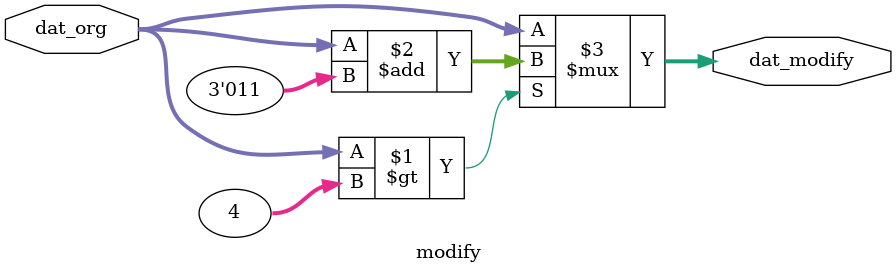
<source format=v>
module modify (

		input		wire		[3:0]		dat_org,
		output		wire		[3:0]		dat_modify

	);

	assign dat_modify = (dat_org > 4) ? (dat_org + 3'd3) :	dat_org;

endmodule

</source>
